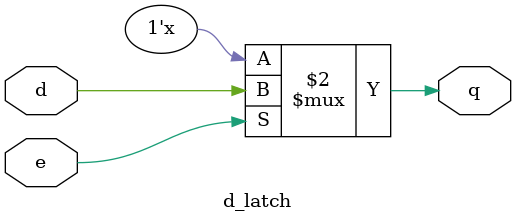
<source format=v>
module d_latch(e, d, q);
input e;
input d;
output q;
reg q;
always @(e or d)
  begin
    if (e)
      q<=d;
    end
endmodule

</source>
